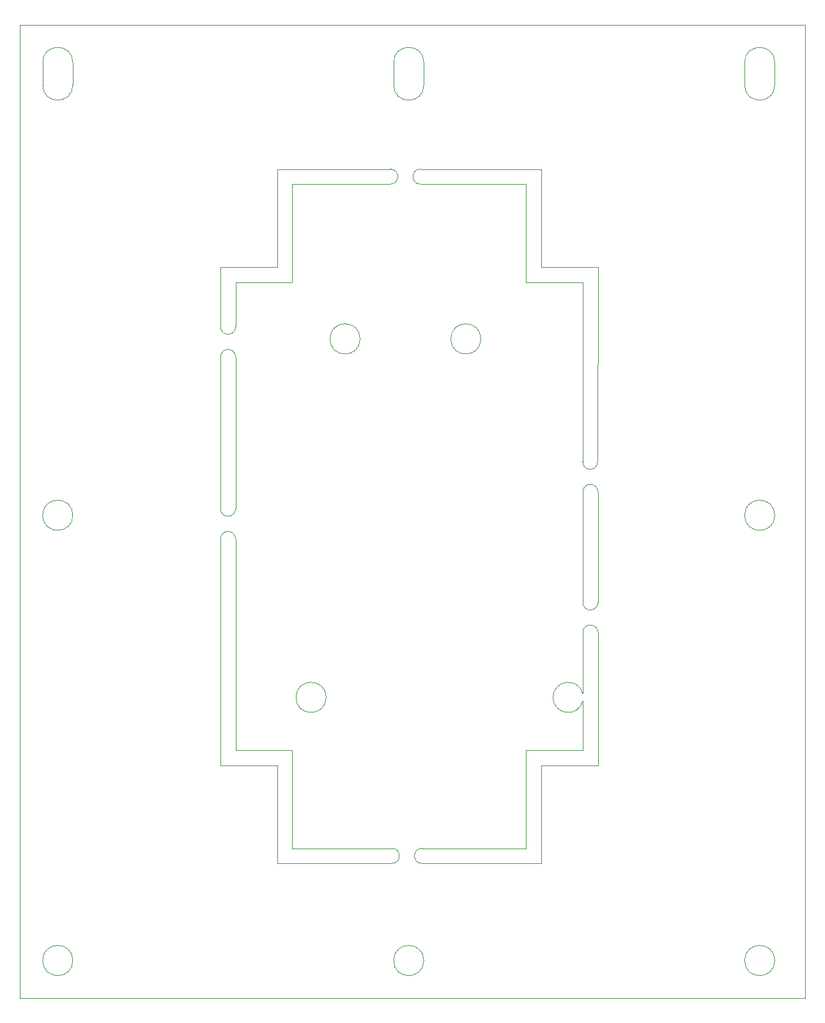
<source format=gbr>
%TF.GenerationSoftware,KiCad,Pcbnew,7.0.7*%
%TF.CreationDate,2023-10-05T08:38:54+02:00*%
%TF.ProjectId,Modbus_master,4d6f6462-7573-45f6-9d61-737465722e6b,rev?*%
%TF.SameCoordinates,PX4d3f640PY9988330*%
%TF.FileFunction,Profile,NP*%
%FSLAX46Y46*%
G04 Gerber Fmt 4.6, Leading zero omitted, Abs format (unit mm)*
G04 Created by KiCad (PCBNEW 7.0.7) date 2023-10-05 08:38:54*
%MOMM*%
%LPD*%
G01*
G04 APERTURE LIST*
%TA.AperFunction,Profile*%
%ADD10C,0.100000*%
%TD*%
G04 APERTURE END LIST*
D10*
X26560000Y64860000D02*
X26559801Y84970000D01*
X0Y128990000D02*
X104000000Y128990000D01*
X104000000Y-10000D01*
X0Y-10000D01*
X0Y128990000D01*
X26559208Y88960000D02*
X26560000Y96860000D01*
X100000000Y63990000D02*
G75*
G03*
X100000000Y63990000I-2000000J0D01*
G01*
X3000000Y120990000D02*
X3000000Y123990000D01*
X67060000Y107860000D02*
X53685000Y107860000D01*
X74560000Y48450000D02*
X74560000Y40360000D01*
X96000000Y120990000D02*
G75*
G03*
X100000000Y120990000I2000000J0D01*
G01*
X74540001Y71070000D02*
G75*
G03*
X76540049Y71080000I999999J10000D01*
G01*
X53500000Y120990000D02*
X53500000Y123990000D01*
X67060000Y94860000D02*
X74560000Y94860000D01*
X49260000Y17860000D02*
G75*
G03*
X49260000Y19860000I0J1000000D01*
G01*
X53885000Y19860000D02*
X67060000Y19860000D01*
X74560000Y94860000D02*
X74540000Y71070000D01*
X74560000Y32860000D02*
X74560000Y39370000D01*
X76540049Y71080000D02*
X76560000Y96860000D01*
X28559999Y84950000D02*
G75*
G03*
X26559801Y84970000I-999999J20000D01*
G01*
X76560000Y67070000D02*
G75*
G03*
X74560000Y67070000I-1000000J0D01*
G01*
X3000000Y120990000D02*
G75*
G03*
X7000000Y120990000I2000000J0D01*
G01*
X53260000Y17860000D02*
X69060000Y17860000D01*
X28560000Y60835000D02*
X28560000Y32860000D01*
X74560000Y32860000D02*
X67060000Y32860000D01*
X28559688Y60835008D02*
G75*
G03*
X26560000Y60860000I-999688J24992D01*
G01*
X74560000Y52435000D02*
G75*
G03*
X76560012Y52430000I1000000J-5000D01*
G01*
X49260000Y17860000D02*
X34060000Y17860000D01*
X26560000Y96860000D02*
X34060000Y96860000D01*
X36060000Y94860000D02*
X28560000Y94860000D01*
X40560000Y39860000D02*
G75*
G03*
X40560000Y39860000I-2000000J0D01*
G01*
X26560000Y30860000D02*
X26560000Y60860000D01*
X49500000Y120990000D02*
G75*
G03*
X53500000Y120990000I2000000J0D01*
G01*
X76560000Y30860000D02*
X76560000Y48450000D01*
X53260000Y19860000D02*
X53885000Y19860000D01*
X26560000Y64860000D02*
G75*
G03*
X28560000Y64860000I1000000J0D01*
G01*
X36060000Y94860000D02*
X36060000Y107860000D01*
X7000000Y120990000D02*
X7000000Y123990000D01*
X7000000Y63990000D02*
G75*
G03*
X7000000Y63990000I-2000000J0D01*
G01*
X45060000Y87360000D02*
G75*
G03*
X45060000Y87360000I-2000000J0D01*
G01*
X69060000Y30860000D02*
X69060000Y17860000D01*
X53685000Y107860000D02*
X53060000Y107860000D01*
X28560000Y94860000D02*
X28560000Y88985000D01*
X61060000Y87360000D02*
G75*
G03*
X61060000Y87360000I-2000000J0D01*
G01*
X74557604Y40359383D02*
G75*
G03*
X74559998Y39370000I-1937604J-499383D01*
G01*
X69060000Y109860000D02*
X69060000Y96860000D01*
X67060000Y107860000D02*
X67060000Y94860000D01*
X34060000Y96860000D02*
X34060000Y109860000D01*
X76560000Y30860000D02*
X69060000Y30860000D01*
X34060000Y17860000D02*
X34060000Y30860000D01*
X7000000Y123990000D02*
G75*
G03*
X3000000Y123990000I-2000000J0D01*
G01*
X53500000Y123990000D02*
G75*
G03*
X49500000Y123990000I-2000000J0D01*
G01*
X100000000Y4990000D02*
G75*
G03*
X100000000Y4990000I-2000000J0D01*
G01*
X53060000Y109860000D02*
G75*
G03*
X53060000Y107860000I0J-1000000D01*
G01*
X28559999Y84950000D02*
X28560000Y64860000D01*
X26559288Y88960000D02*
G75*
G03*
X28560000Y88985000I1000512J0D01*
G01*
X53260000Y19860000D02*
G75*
G03*
X53260000Y17860000I0J-1000000D01*
G01*
X49035000Y107860000D02*
X36060000Y107860000D01*
X96000000Y120990000D02*
X96000000Y123990000D01*
X34060000Y109860000D02*
X49060000Y109860312D01*
X100000000Y123990000D02*
G75*
G03*
X96000000Y123990000I-2000000J0D01*
G01*
X49035000Y107860000D02*
G75*
G03*
X49060000Y109860312I25000J1000000D01*
G01*
X76560000Y67070000D02*
X76560012Y52430000D01*
X36060000Y32860000D02*
X28560000Y32860000D01*
X53500000Y4990000D02*
G75*
G03*
X53500000Y4990000I-2000000J0D01*
G01*
X36060000Y19860000D02*
X36060000Y32860000D01*
X74560000Y52435000D02*
X74560000Y67070000D01*
X49500000Y120990000D02*
X49500000Y123990000D01*
X69060000Y96860000D02*
X76560000Y96860000D01*
X36060000Y19860000D02*
X49260000Y19860000D01*
X67060000Y19860000D02*
X67060000Y32860000D01*
X7000000Y4990000D02*
G75*
G03*
X7000000Y4990000I-2000000J0D01*
G01*
X100000000Y120990000D02*
X100000000Y123990000D01*
X53060000Y109860000D02*
X69060000Y109860000D01*
X34060000Y30860000D02*
X26560000Y30860000D01*
X76560000Y48450000D02*
G75*
G03*
X74560000Y48450000I-1000000J0D01*
G01*
M02*

</source>
